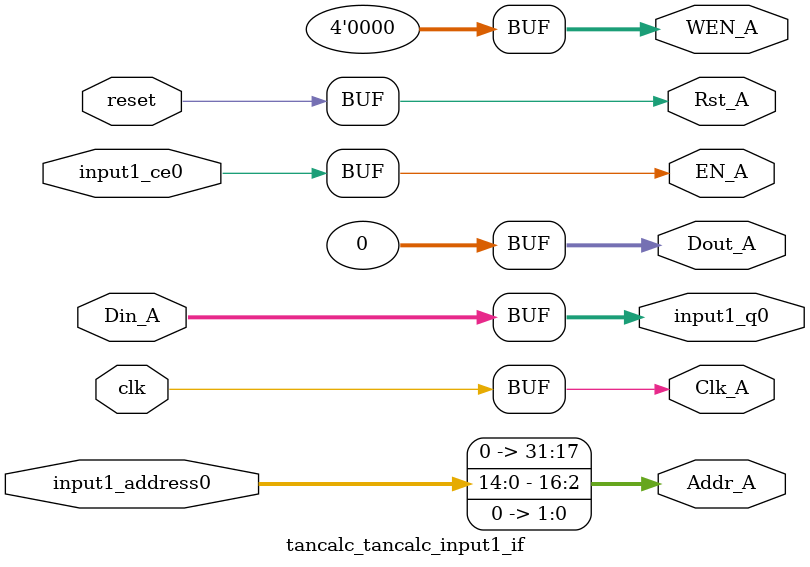
<source format=v>

`timescale 1ns/1ps

module tancalc_tancalc_input1_if (
    // system singals
    input  wire        clk,
    input  wire        reset,
    // user signals
    input  wire [14:0] input1_address0,
    input  wire        input1_ce0,
    output wire [31:0] input1_q0,
    // bus signals
    output wire        Clk_A,
    output wire        Rst_A,
    output wire        EN_A,
    output wire [3:0]  WEN_A,
    output wire [31:0] Addr_A,
    output wire [31:0] Dout_A,
    input  wire [31:0] Din_A
);
//------------------------Body---------------------------
assign Clk_A     = clk;
assign Rst_A     = reset;
assign EN_A      = input1_ce0;
assign Addr_A    = {input1_address0, 2'b0};
assign WEN_A     = 4'b0;
assign Dout_A    = 32'b0;
assign input1_q0 = Din_A[31:0];

endmodule

</source>
